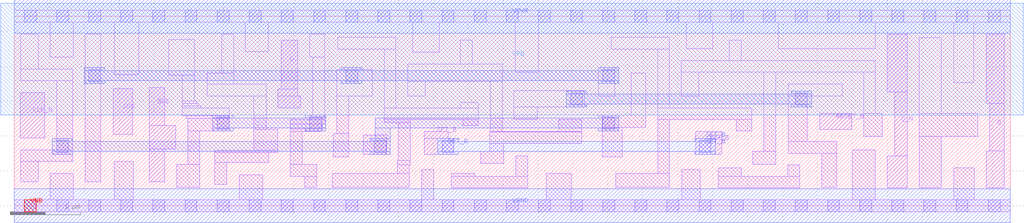
<source format=lef>
# Copyright 2020 The SkyWater PDK Authors
#
# Licensed under the Apache License, Version 2.0 (the "License");
# you may not use this file except in compliance with the License.
# You may obtain a copy of the License at
#
#     https://www.apache.org/licenses/LICENSE-2.0
#
# Unless required by applicable law or agreed to in writing, software
# distributed under the License is distributed on an "AS IS" BASIS,
# WITHOUT WARRANTIES OR CONDITIONS OF ANY KIND, either express or implied.
# See the License for the specific language governing permissions and
# limitations under the License.
#
# SPDX-License-Identifier: Apache-2.0

VERSION 5.7 ;
  NOWIREEXTENSIONATPIN ON ;
  DIVIDERCHAR "/" ;
  BUSBITCHARS "[]" ;
MACRO sky130_fd_sc_hd__sdfbbn_1
  CLASS CORE ;
  FOREIGN sky130_fd_sc_hd__sdfbbn_1 ;
  ORIGIN  0.000000  0.000000 ;
  SIZE  14.26000 BY  2.720000 ;
  SYMMETRY X Y R90 ;
  SITE unithd ;
  PIN D
    ANTENNAGATEAREA  0.126000 ;
    DIRECTION INPUT ;
    USE SIGNAL ;
    PORT
      LAYER li1 ;
        RECT 3.775000 1.405000 4.105000 1.575000 ;
        RECT 3.775000 1.575000 4.060000 1.675000 ;
        RECT 3.825000 1.675000 4.060000 2.375000 ;
    END
  END D
  PIN Q
    ANTENNADIFFAREA  0.429000 ;
    DIRECTION OUTPUT ;
    USE SIGNAL ;
    PORT
      LAYER li1 ;
        RECT 13.915000 0.255000 14.175000 0.785000 ;
        RECT 13.915000 1.470000 14.175000 2.465000 ;
        RECT 13.965000 0.785000 14.175000 1.470000 ;
    END
  END Q
  PIN Q_N
    ANTENNADIFFAREA  0.429000 ;
    DIRECTION OUTPUT ;
    USE SIGNAL ;
    PORT
      LAYER li1 ;
        RECT 12.500000 0.255000 12.785000 0.715000 ;
        RECT 12.500000 1.630000 12.785000 2.465000 ;
        RECT 12.605000 0.715000 12.785000 1.630000 ;
    END
  END Q_N
  PIN RESET_B
    ANTENNAGATEAREA  0.159000 ;
    DIRECTION INPUT ;
    USE SIGNAL ;
    PORT
      LAYER li1 ;
        RECT 11.535000 1.095000 11.990000 1.325000 ;
    END
  END RESET_B
  PIN SCD
    ANTENNAGATEAREA  0.159000 ;
    DIRECTION INPUT ;
    USE SIGNAL ;
    PORT
      LAYER li1 ;
        RECT 1.415000 1.025000 1.695000 1.685000 ;
    END
  END SCD
  PIN SCE
    ANTENNAGATEAREA  0.252000 ;
    DIRECTION INPUT ;
    USE SIGNAL ;
    PORT
      LAYER li1 ;
        RECT 1.935000 0.345000 2.155000 0.815000 ;
        RECT 1.935000 0.815000 2.315000 1.150000 ;
        RECT 1.935000 1.150000 2.155000 1.695000 ;
    END
  END SCE
  PIN SET_B
    ANTENNAGATEAREA  0.252000 ;
    DIRECTION INPUT ;
    USE SIGNAL ;
    PORT
      LAYER li1 ;
        RECT 5.870000 0.735000 6.295000 0.965000 ;
        RECT 5.870000 0.965000 6.215000 1.065000 ;
      LAYER mcon ;
        RECT 6.125000 0.765000 6.295000 0.935000 ;
    END
    PORT
      LAYER li1 ;
        RECT 9.755000 0.735000 10.130000 1.065000 ;
      LAYER mcon ;
        RECT 9.805000 0.765000 9.975000 0.935000 ;
    END
    PORT
      LAYER met1 ;
        RECT 6.065000 0.735000  6.355000 0.780000 ;
        RECT 6.065000 0.780000 10.035000 0.920000 ;
        RECT 6.065000 0.920000  6.355000 0.965000 ;
        RECT 9.745000 0.735000 10.035000 0.780000 ;
        RECT 9.745000 0.920000 10.035000 0.965000 ;
    END
  END SET_B
  PIN CLK_N
    ANTENNAGATEAREA  0.159000 ;
    DIRECTION INPUT ;
    USE CLOCK ;
    PORT
      LAYER li1 ;
        RECT 0.085000 0.975000 0.435000 1.625000 ;
    END
  END CLK_N
  PIN VGND
    DIRECTION INOUT ;
    SHAPE ABUTMENT ;
    USE GROUND ;
    PORT
      LAYER met1 ;
        RECT 0.000000 -0.240000 14.260000 0.240000 ;
    END
  END VGND
  PIN VNB
    DIRECTION INOUT ;
    USE GROUND ;
    PORT
      LAYER pwell ;
        RECT 0.145000 -0.085000 0.315000 0.085000 ;
    END
  END VNB
  PIN VPB
    DIRECTION INOUT ;
    USE POWER ;
    PORT
      LAYER nwell ;
        RECT -0.190000 1.305000 14.450000 2.910000 ;
    END
  END VPB
  PIN VPWR
    DIRECTION INOUT ;
    SHAPE ABUTMENT ;
    USE POWER ;
    PORT
      LAYER met1 ;
        RECT 0.000000 2.480000 14.260000 2.960000 ;
    END
  END VPWR
  OBS
    LAYER li1 ;
      RECT  0.000000 -0.085000 14.260000 0.085000 ;
      RECT  0.000000  2.635000 14.260000 2.805000 ;
      RECT  0.095000  0.345000  0.345000 0.635000 ;
      RECT  0.095000  0.635000  0.835000 0.805000 ;
      RECT  0.095000  1.795000  0.835000 1.965000 ;
      RECT  0.095000  1.965000  0.345000 2.465000 ;
      RECT  0.515000  0.085000  0.845000 0.465000 ;
      RECT  0.515000  2.135000  0.845000 2.635000 ;
      RECT  0.605000  0.805000  0.835000 1.795000 ;
      RECT  1.015000  0.345000  1.235000 2.465000 ;
      RECT  1.430000  0.085000  1.705000 0.635000 ;
      RECT  1.430000  1.885000  1.785000 2.635000 ;
      RECT  2.215000  1.875000  2.575000 2.385000 ;
      RECT  2.325000  0.265000  2.655000 0.595000 ;
      RECT  2.405000  1.295000  3.075000 1.405000 ;
      RECT  2.405000  1.405000  2.670000 1.430000 ;
      RECT  2.405000  1.430000  2.630000 1.465000 ;
      RECT  2.405000  1.465000  2.605000 1.505000 ;
      RECT  2.405000  1.505000  2.575000 1.875000 ;
      RECT  2.460000  1.255000  3.075000 1.295000 ;
      RECT  2.485000  0.595000  2.655000 1.075000 ;
      RECT  2.485000  1.075000  3.075000 1.255000 ;
      RECT  2.760000  1.575000  3.605000 1.745000 ;
      RECT  2.760000  1.745000  3.140000 1.905000 ;
      RECT  2.870000  0.305000  3.040000 0.625000 ;
      RECT  2.870000  0.625000  3.645000 0.765000 ;
      RECT  2.870000  0.765000  3.770000 0.795000 ;
      RECT  2.970000  1.905000  3.140000 2.465000 ;
      RECT  3.225000  0.085000  3.555000 0.445000 ;
      RECT  3.310000  2.215000  3.640000 2.635000 ;
      RECT  3.430000  0.795000  3.770000 1.095000 ;
      RECT  3.430000  1.095000  3.605000 1.575000 ;
      RECT  3.950000  0.425000  4.330000 0.595000 ;
      RECT  3.950000  0.595000  4.120000 1.065000 ;
      RECT  3.950000  1.065000  4.400000 1.105000 ;
      RECT  3.950000  1.105000  4.410000 1.175000 ;
      RECT  3.950000  1.175000  4.445000 1.235000 ;
      RECT  4.160000  0.265000  4.330000 0.425000 ;
      RECT  4.225000  1.235000  4.445000 1.275000 ;
      RECT  4.230000  2.135000  4.445000 2.465000 ;
      RECT  4.245000  1.275000  4.445000 1.305000 ;
      RECT  4.275000  1.305000  4.445000 2.135000 ;
      RECT  4.555000  0.265000  5.655000 0.465000 ;
      RECT  4.570000  0.705000  4.790000 1.035000 ;
      RECT  4.615000  1.035000  4.790000 1.575000 ;
      RECT  4.615000  1.575000  5.125000 1.955000 ;
      RECT  4.635000  2.250000  5.465000 2.420000 ;
      RECT  5.000000  0.735000  5.330000 1.015000 ;
      RECT  5.295000  1.195000  5.670000 1.235000 ;
      RECT  5.295000  1.235000  6.645000 1.405000 ;
      RECT  5.295000  1.405000  5.465000 2.250000 ;
      RECT  5.485000  0.465000  5.655000 0.585000 ;
      RECT  5.485000  0.585000  5.670000 0.655000 ;
      RECT  5.500000  0.655000  5.670000 1.195000 ;
      RECT  5.635000  1.575000  5.885000 1.785000 ;
      RECT  5.635000  1.785000  6.985000 2.035000 ;
      RECT  5.705000  2.205000  6.085000 2.635000 ;
      RECT  5.835000  0.085000  6.005000 0.525000 ;
      RECT  6.260000  0.255000  7.350000 0.425000 ;
      RECT  6.260000  0.425000  6.590000 0.465000 ;
      RECT  6.385000  2.035000  6.555000 2.375000 ;
      RECT  6.395000  1.405000  6.645000 1.485000 ;
      RECT  6.425000  1.155000  6.645000 1.235000 ;
      RECT  6.680000  0.610000  7.010000 0.780000 ;
      RECT  6.810000  0.780000  7.010000 0.895000 ;
      RECT  6.810000  0.895000  8.125000 1.060000 ;
      RECT  6.815000  1.060000  8.125000 1.065000 ;
      RECT  6.815000  1.065000  6.985000 1.785000 ;
      RECT  7.155000  1.235000  7.485000 1.415000 ;
      RECT  7.155000  1.415000  8.160000 1.655000 ;
      RECT  7.175000  1.915000  7.505000 2.635000 ;
      RECT  7.180000  0.425000  7.350000 0.715000 ;
      RECT  7.620000  0.085000  7.975000 0.465000 ;
      RECT  7.795000  1.065000  8.125000 1.235000 ;
      RECT  8.360000  1.575000  8.595000 1.985000 ;
      RECT  8.420000  0.705000  8.705000 1.125000 ;
      RECT  8.420000  1.125000  9.040000 1.305000 ;
      RECT  8.550000  2.250000  9.380000 2.420000 ;
      RECT  8.615000  0.265000  9.380000 0.465000 ;
      RECT  8.835000  1.305000  9.040000 1.905000 ;
      RECT  9.210000  0.465000  9.380000 1.235000 ;
      RECT  9.210000  1.235000 10.560000 1.405000 ;
      RECT  9.210000  1.405000  9.380000 2.250000 ;
      RECT  9.550000  1.575000  9.800000 1.915000 ;
      RECT  9.550000  1.915000 12.330000 2.085000 ;
      RECT  9.560000  0.085000  9.820000 0.525000 ;
      RECT  9.620000  2.255000 10.000000 2.635000 ;
      RECT 10.080000  0.255000 11.250000 0.425000 ;
      RECT 10.080000  0.425000 10.410000 0.545000 ;
      RECT 10.240000  2.085000 10.410000 2.375000 ;
      RECT 10.340000  1.075000 10.560000 1.235000 ;
      RECT 10.575000  0.595000 10.905000 0.780000 ;
      RECT 10.730000  0.780000 10.905000 1.915000 ;
      RECT 10.940000  2.255000 12.330000 2.635000 ;
      RECT 11.075000  0.425000 11.250000 0.585000 ;
      RECT 11.080000  0.755000 11.775000 0.925000 ;
      RECT 11.080000  0.925000 11.355000 1.575000 ;
      RECT 11.080000  1.575000 11.855000 1.745000 ;
      RECT 11.565000  0.265000 11.775000 0.755000 ;
      RECT 12.000000  0.085000 12.330000 0.805000 ;
      RECT 12.160000  0.995000 12.425000 1.325000 ;
      RECT 12.160000  1.325000 12.330000 1.915000 ;
      RECT 12.960000  0.255000 13.275000 0.995000 ;
      RECT 12.960000  0.995000 13.795000 1.325000 ;
      RECT 12.960000  1.325000 13.275000 2.415000 ;
      RECT 13.455000  0.085000 13.745000 0.545000 ;
      RECT 13.455000  1.765000 13.740000 2.635000 ;
    LAYER mcon ;
      RECT  0.145000 -0.085000  0.315000 0.085000 ;
      RECT  0.145000  2.635000  0.315000 2.805000 ;
      RECT  0.605000 -0.085000  0.775000 0.085000 ;
      RECT  0.605000  0.765000  0.775000 0.935000 ;
      RECT  0.605000  2.635000  0.775000 2.805000 ;
      RECT  1.065000 -0.085000  1.235000 0.085000 ;
      RECT  1.065000  1.785000  1.235000 1.955000 ;
      RECT  1.065000  2.635000  1.235000 2.805000 ;
      RECT  1.525000 -0.085000  1.695000 0.085000 ;
      RECT  1.525000  2.635000  1.695000 2.805000 ;
      RECT  1.985000 -0.085000  2.155000 0.085000 ;
      RECT  1.985000  2.635000  2.155000 2.805000 ;
      RECT  2.445000 -0.085000  2.615000 0.085000 ;
      RECT  2.445000  2.635000  2.615000 2.805000 ;
      RECT  2.905000 -0.085000  3.075000 0.085000 ;
      RECT  2.905000  1.105000  3.075000 1.275000 ;
      RECT  2.905000  2.635000  3.075000 2.805000 ;
      RECT  3.365000 -0.085000  3.535000 0.085000 ;
      RECT  3.365000  2.635000  3.535000 2.805000 ;
      RECT  3.825000 -0.085000  3.995000 0.085000 ;
      RECT  3.825000  2.635000  3.995000 2.805000 ;
      RECT  4.230000  1.105000  4.400000 1.275000 ;
      RECT  4.285000 -0.085000  4.455000 0.085000 ;
      RECT  4.285000  2.635000  4.455000 2.805000 ;
      RECT  4.745000 -0.085000  4.915000 0.085000 ;
      RECT  4.745000  1.785000  4.915000 1.955000 ;
      RECT  4.745000  2.635000  4.915000 2.805000 ;
      RECT  5.155000  0.765000  5.325000 0.935000 ;
      RECT  5.205000 -0.085000  5.375000 0.085000 ;
      RECT  5.205000  2.635000  5.375000 2.805000 ;
      RECT  5.665000 -0.085000  5.835000 0.085000 ;
      RECT  5.665000  2.635000  5.835000 2.805000 ;
      RECT  6.125000 -0.085000  6.295000 0.085000 ;
      RECT  6.125000  2.635000  6.295000 2.805000 ;
      RECT  6.585000 -0.085000  6.755000 0.085000 ;
      RECT  6.585000  2.635000  6.755000 2.805000 ;
      RECT  7.045000 -0.085000  7.215000 0.085000 ;
      RECT  7.045000  2.635000  7.215000 2.805000 ;
      RECT  7.505000 -0.085000  7.675000 0.085000 ;
      RECT  7.505000  2.635000  7.675000 2.805000 ;
      RECT  7.965000 -0.085000  8.135000 0.085000 ;
      RECT  7.965000  1.445000  8.135000 1.615000 ;
      RECT  7.965000  2.635000  8.135000 2.805000 ;
      RECT  8.425000 -0.085000  8.595000 0.085000 ;
      RECT  8.425000  1.105000  8.595000 1.275000 ;
      RECT  8.425000  1.785000  8.595000 1.955000 ;
      RECT  8.425000  2.635000  8.595000 2.805000 ;
      RECT  8.885000 -0.085000  9.055000 0.085000 ;
      RECT  8.885000  2.635000  9.055000 2.805000 ;
      RECT  9.345000 -0.085000  9.515000 0.085000 ;
      RECT  9.345000  2.635000  9.515000 2.805000 ;
      RECT  9.805000 -0.085000  9.975000 0.085000 ;
      RECT  9.805000  2.635000  9.975000 2.805000 ;
      RECT 10.265000 -0.085000 10.435000 0.085000 ;
      RECT 10.265000  2.635000 10.435000 2.805000 ;
      RECT 10.725000 -0.085000 10.895000 0.085000 ;
      RECT 10.725000  2.635000 10.895000 2.805000 ;
      RECT 11.185000 -0.085000 11.355000 0.085000 ;
      RECT 11.185000  1.445000 11.355000 1.615000 ;
      RECT 11.185000  2.635000 11.355000 2.805000 ;
      RECT 11.645000 -0.085000 11.815000 0.085000 ;
      RECT 11.645000  2.635000 11.815000 2.805000 ;
      RECT 12.105000 -0.085000 12.275000 0.085000 ;
      RECT 12.105000  2.635000 12.275000 2.805000 ;
      RECT 12.565000 -0.085000 12.735000 0.085000 ;
      RECT 12.565000  2.635000 12.735000 2.805000 ;
      RECT 13.025000 -0.085000 13.195000 0.085000 ;
      RECT 13.025000  2.635000 13.195000 2.805000 ;
      RECT 13.485000 -0.085000 13.655000 0.085000 ;
      RECT 13.485000  2.635000 13.655000 2.805000 ;
      RECT 13.945000 -0.085000 14.115000 0.085000 ;
      RECT 13.945000  2.635000 14.115000 2.805000 ;
    LAYER met1 ;
      RECT  0.545000 0.735000  0.835000 0.780000 ;
      RECT  0.545000 0.780000  5.385000 0.920000 ;
      RECT  0.545000 0.920000  0.835000 0.965000 ;
      RECT  1.005000 1.755000  1.295000 1.800000 ;
      RECT  1.005000 1.800000  8.655000 1.940000 ;
      RECT  1.005000 1.940000  1.295000 1.985000 ;
      RECT  2.845000 1.075000  3.135000 1.120000 ;
      RECT  2.845000 1.120000  4.460000 1.260000 ;
      RECT  2.845000 1.260000  3.135000 1.305000 ;
      RECT  4.170000 1.075000  4.460000 1.120000 ;
      RECT  4.170000 1.260000  4.460000 1.305000 ;
      RECT  4.685000 1.755000  4.975000 1.800000 ;
      RECT  4.685000 1.940000  4.975000 1.985000 ;
      RECT  5.095000 0.735000  5.385000 0.780000 ;
      RECT  5.095000 0.920000  5.385000 0.965000 ;
      RECT  5.170000 0.965000  5.385000 1.120000 ;
      RECT  5.170000 1.120000  8.655000 1.260000 ;
      RECT  7.905000 1.415000  8.195000 1.460000 ;
      RECT  7.905000 1.460000 11.415000 1.600000 ;
      RECT  7.905000 1.600000  8.195000 1.645000 ;
      RECT  8.365000 1.075000  8.655000 1.120000 ;
      RECT  8.365000 1.260000  8.655000 1.305000 ;
      RECT  8.365000 1.755000  8.655000 1.800000 ;
      RECT  8.365000 1.940000  8.655000 1.985000 ;
      RECT 11.125000 1.415000 11.415000 1.460000 ;
      RECT 11.125000 1.600000 11.415000 1.645000 ;
  END
END sky130_fd_sc_hd__sdfbbn_1
END LIBRARY

</source>
